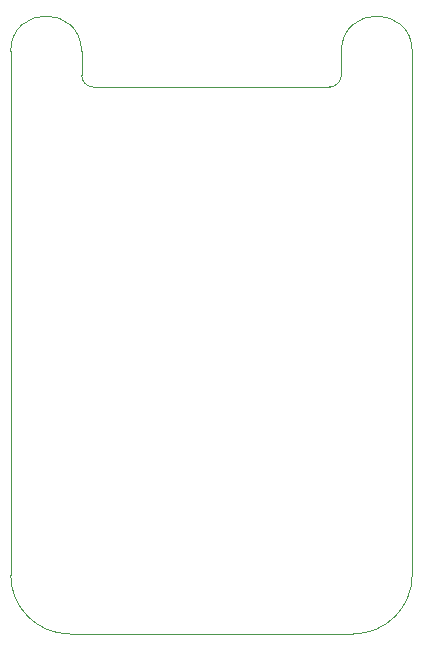
<source format=gbr>
%TF.GenerationSoftware,KiCad,Pcbnew,7.0.5-7.0.5~ubuntu20.04.1*%
%TF.CreationDate,2023-06-26T22:11:11+02:00*%
%TF.ProjectId,ESP32_UniBoard,45535033-325f-4556-9e69-426f6172642e,rev?*%
%TF.SameCoordinates,Original*%
%TF.FileFunction,Profile,NP*%
%FSLAX46Y46*%
G04 Gerber Fmt 4.6, Leading zero omitted, Abs format (unit mm)*
G04 Created by KiCad (PCBNEW 7.0.5-7.0.5~ubuntu20.04.1) date 2023-06-26 22:11:11*
%MOMM*%
%LPD*%
G01*
G04 APERTURE LIST*
%TA.AperFunction,Profile*%
%ADD10C,0.100000*%
%TD*%
G04 APERTURE END LIST*
D10*
X110117300Y-47303200D02*
G75*
G03*
X104117300Y-47303200I-3000000J0D01*
G01*
X133117300Y-96618800D02*
X109117300Y-96618800D01*
X104117300Y-50553200D02*
X104117300Y-47303200D01*
X138117300Y-47303200D02*
G75*
G03*
X132117300Y-47303200I-3000000J0D01*
G01*
X110117300Y-49303200D02*
G75*
G03*
X111117300Y-50303200I1000000J0D01*
G01*
X131117300Y-50303200D02*
G75*
G03*
X132117300Y-49303200I0J1000000D01*
G01*
X138117300Y-50553200D02*
X138117300Y-47303200D01*
X104117300Y-91618800D02*
G75*
G03*
X109117300Y-96618800I5000000J0D01*
G01*
X132117300Y-49303200D02*
X132117300Y-47303200D01*
X110117300Y-47303200D02*
X110117300Y-49303200D01*
X133117300Y-96618800D02*
G75*
G03*
X138117300Y-91618800I0J5000000D01*
G01*
X138117300Y-50553200D02*
X138117300Y-91618800D01*
X111117300Y-50303200D02*
X131117300Y-50303200D01*
X104117300Y-91618800D02*
X104117300Y-50553200D01*
M02*

</source>
